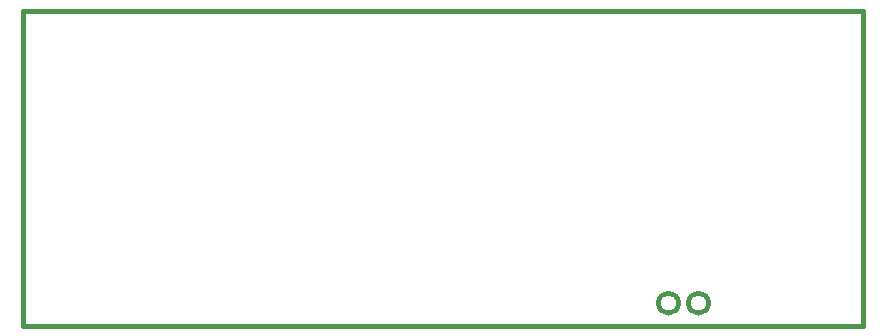
<source format=gbr>
G04 #@! TF.GenerationSoftware,KiCad,Pcbnew,5.1.6-c6e7f7d~87~ubuntu19.10.1*
G04 #@! TF.CreationDate,2022-07-30T15:19:17+06:00*
G04 #@! TF.ProjectId,1590BB2_connector_board_extended_r1a,31353930-4242-4325-9f63-6f6e6e656374,1A*
G04 #@! TF.SameCoordinates,Original*
G04 #@! TF.FileFunction,Profile,NP*
%FSLAX46Y46*%
G04 Gerber Fmt 4.6, Leading zero omitted, Abs format (unit mm)*
G04 Created by KiCad (PCBNEW 5.1.6-c6e7f7d~87~ubuntu19.10.1) date 2022-07-30 15:19:17*
%MOMM*%
%LPD*%
G01*
G04 APERTURE LIST*
G04 #@! TA.AperFunction,Profile*
%ADD10C,0.400000*%
G04 #@! TD*
G04 APERTURE END LIST*
D10*
X69850000Y-135255000D02*
X69850000Y-161925000D01*
X140970000Y-135255000D02*
X140970000Y-161925000D01*
X69850000Y-161925000D02*
X140970000Y-161925000D01*
X127850000Y-160020000D02*
G75*
G03*
X127850000Y-160020000I-850000J0D01*
G01*
X125310000Y-160020000D02*
G75*
G03*
X125310000Y-160020000I-850000J0D01*
G01*
X69850000Y-135255000D02*
X140970000Y-135255000D01*
M02*

</source>
